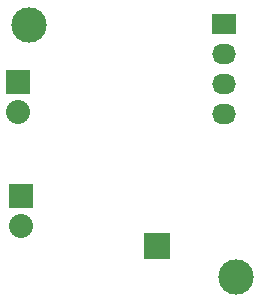
<source format=gbs>
G04 #@! TF.FileFunction,Soldermask,Bot*
%FSLAX46Y46*%
G04 Gerber Fmt 4.6, Leading zero omitted, Abs format (unit mm)*
G04 Created by KiCad (PCBNEW 4.0.1-2.201512121406+6195~38~ubuntu14.04.1-stable) date Thu 21 Apr 2016 07:43:07 PM CEST*
%MOMM*%
G01*
G04 APERTURE LIST*
%ADD10C,0.127000*%
%ADD11C,3.000000*%
%ADD12R,2.032000X2.032000*%
%ADD13O,2.032000X2.032000*%
%ADD14R,2.235200X2.235200*%
%ADD15R,2.032000X1.727200*%
%ADD16O,2.032000X1.727200*%
G04 APERTURE END LIST*
D10*
D11*
X169291000Y-102870000D03*
D12*
X150876000Y-86360000D03*
D13*
X150876000Y-88900000D03*
D12*
X151130000Y-96012000D03*
D13*
X151130000Y-98552000D03*
D14*
X162600000Y-100200000D03*
D11*
X151765000Y-81534000D03*
D15*
X168275000Y-81407000D03*
D16*
X168275000Y-83947000D03*
X168275000Y-86487000D03*
X168275000Y-89027000D03*
M02*

</source>
